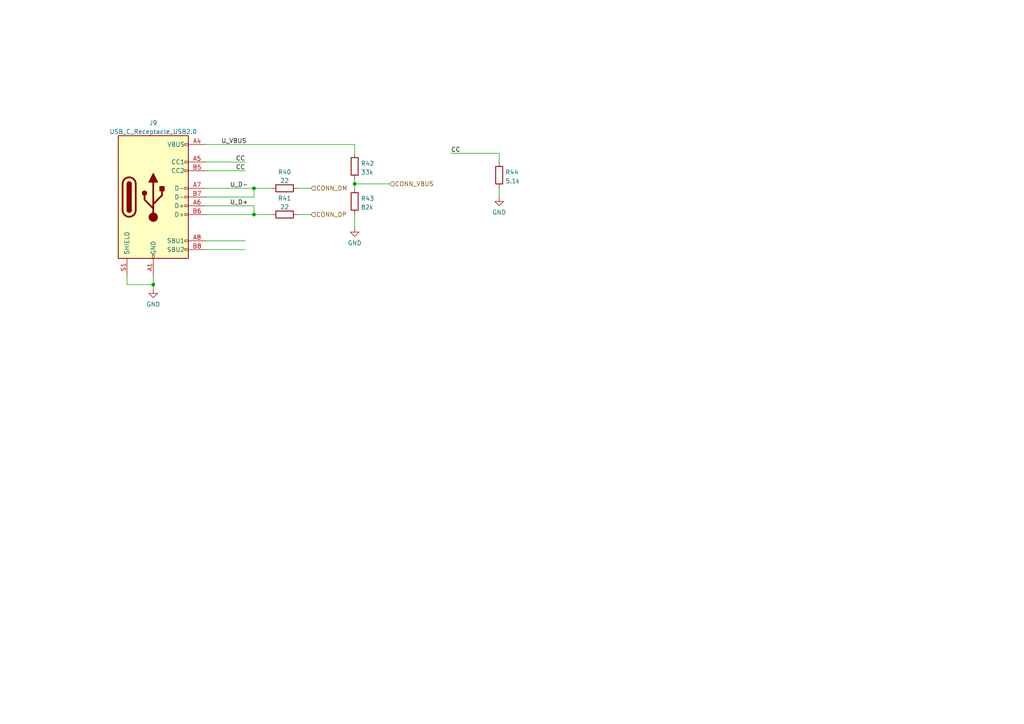
<source format=kicad_sch>
(kicad_sch (version 20211123) (generator eeschema)
  (paper "A4")
  (lib_symbols
    (symbol "Connector:USB_C_Receptacle_USB2.0" (pin_names (offset 1.016))
      (property "Reference" "J" (at -10.16 19.05 0))
      (property "Value" "USB_C_Receptacle_USB2.0" (at 19.05 19.05 0))
      (symbol "USB_C_Receptacle_USB2.0_0_0"
        (rectangle (start -0.254 -17.78) (end 0.254 -16.764))
        (rectangle (start 10.16 -14.986) (end 9.144 -15.494))
        (rectangle (start 10.16 -12.446) (end 9.144 -12.954))
        (rectangle (start 10.16 -4.826) (end 9.144 -5.334))
        (rectangle (start 10.16 -2.286) (end 9.144 -2.794))
        (rectangle (start 10.16 0.254) (end 9.144 -0.254))
        (rectangle (start 10.16 2.794) (end 9.144 2.286))
        (rectangle (start 10.16 7.874) (end 9.144 7.366))
        (rectangle (start 10.16 10.414) (end 9.144 9.906))
        (rectangle (start 10.16 15.494) (end 9.144 14.986))
      )
      (symbol "USB_C_Receptacle_USB2.0_0_1"
        (rectangle (start -10.16 17.78) (end 10.16 -17.78) (stroke (width 0.254)) (fill (type background)))
        (arc (start -8.89 -3.81) (mid -6.985 -5.715) (end -5.08 -3.81) (stroke (width 0.508)))
        (arc (start -7.62 -3.81) (mid -6.985 -4.445) (end -6.35 -3.81) (stroke (width 0.254)))
        (arc (start -7.62 -3.81) (mid -6.985 -4.445) (end -6.35 -3.81) (stroke (width 0.254)) (fill (type outline)))
        (rectangle (start -7.62 -3.81) (end -6.35 3.81) (stroke (width 0.254)) (fill (type outline)))
        (arc (start -6.35 3.81) (mid -6.985 4.445) (end -7.62 3.81) (stroke (width 0.254)))
        (arc (start -6.35 3.81) (mid -6.985 4.445) (end -7.62 3.81) (stroke (width 0.254)) (fill (type outline)))
        (arc (start -5.08 3.81) (mid -6.985 5.715) (end -8.89 3.81) (stroke (width 0.508)))
        (circle (center -2.54 1.143) (radius 0.635) (stroke (width 0.254)) (fill (type outline)))
        (circle (center 0 -5.842) (radius 1.27) (fill (type outline)))
        (polyline (pts (xy -8.89 -3.81) (xy -8.89 3.81)) (stroke (width 0.508)))
        (polyline (pts (xy -5.08 3.81) (xy -5.08 -3.81)) (stroke (width 0.508)))
        (polyline (pts (xy 0 -5.842) (xy 0 4.318)) (stroke (width 0.508)))
        (polyline (pts (xy 0 -3.302) (xy -2.54 -0.762) (xy -2.54 0.508)) (stroke (width 0.508)))
        (polyline (pts (xy 0 -2.032) (xy 2.54 0.508) (xy 2.54 1.778)) (stroke (width 0.508)))
        (polyline (pts (xy -1.27 4.318) (xy 0 6.858) (xy 1.27 4.318) (xy -1.27 4.318)) (stroke (width 0.254)) (fill (type outline)))
        (rectangle (start 1.905 1.778) (end 3.175 3.048) (stroke (width 0.254)) (fill (type outline)))
      )
      (symbol "USB_C_Receptacle_USB2.0_1_1"
        (pin passive line (at 0 -22.86 90) (length 5.08) (name "GND") (number "A1"))
        (pin passive line (at 0 -22.86 90) (length 5.08) hide (name "GND") (number "A12"))
        (pin passive line (at 15.24 15.24 180) (length 5.08) (name "VBUS") (number "A4"))
        (pin bidirectional line (at 15.24 10.16 180) (length 5.08) (name "CC1") (number "A5"))
        (pin bidirectional line (at 15.24 -2.54 180) (length 5.08) (name "D+") (number "A6"))
        (pin bidirectional line (at 15.24 2.54 180) (length 5.08) (name "D-") (number "A7"))
        (pin bidirectional line (at 15.24 -12.7 180) (length 5.08) (name "SBU1") (number "A8"))
        (pin passive line (at 15.24 15.24 180) (length 5.08) hide (name "VBUS") (number "A9"))
        (pin passive line (at 0 -22.86 90) (length 5.08) hide (name "GND") (number "B1"))
        (pin passive line (at 0 -22.86 90) (length 5.08) hide (name "GND") (number "B12"))
        (pin passive line (at 15.24 15.24 180) (length 5.08) hide (name "VBUS") (number "B4"))
        (pin bidirectional line (at 15.24 7.62 180) (length 5.08) (name "CC2") (number "B5"))
        (pin bidirectional line (at 15.24 -5.08 180) (length 5.08) (name "D+") (number "B6"))
        (pin bidirectional line (at 15.24 0 180) (length 5.08) (name "D-") (number "B7"))
        (pin bidirectional line (at 15.24 -15.24 180) (length 5.08) (name "SBU2") (number "B8"))
        (pin passive line (at 15.24 15.24 180) (length 5.08) hide (name "VBUS") (number "B9"))
        (pin passive line (at -7.62 -22.86 90) (length 5.08) (name "SHIELD") (number "S1"))
      )
    )
    (symbol "Device:R" (pin_numbers hide) (pin_names (offset 0))
      (property "Reference" "R" (at 2.032 0 90))
      (property "Value" "R" (at 0 0 90))
      (symbol "R_0_1"
        (rectangle (start -1.016 -2.54) (end 1.016 2.54) (stroke (width 0.254)))
      )
      (symbol "R_1_1"
        (pin passive line (at 0 3.81 270) (length 1.27) (name "~") (number "1"))
        (pin passive line (at 0 -3.81 90) (length 1.27) (name "~") (number "2"))
      )
    )
    (symbol "power:GND" (power) (pin_names (offset 0))
      (property "Value" "GND" (at 0 -3.81 0))
      (symbol "GND_0_1"
        (polyline (pts (xy 0 0) (xy 0 -1.27) (xy 1.27 -1.27) (xy 0 -2.54) (xy -1.27 -1.27) (xy 0 -1.27)))
      )
      (symbol "GND_1_1"
        (pin power_in line (at 0 0 270) (length 0) hide (name "GND") (number "1"))
      )
    )
  )
  (junction (at 73.66 62.23))
  (junction (at 44.45 82.55))
  (junction (at 73.66 54.61))
  (junction (at 102.87 53.34))
  (wire (pts (xy 102.87 53.34) (xy 113.03 53.34)))
  (wire (pts (xy 59.69 62.23) (xy 73.66 62.23)))
  (wire (pts (xy 59.69 46.99) (xy 71.12 46.99)))
  (wire (pts (xy 44.45 82.55) (xy 44.45 83.82)))
  (wire (pts (xy 86.36 62.23) (xy 90.17 62.23)))
  (wire (pts (xy 86.36 54.61) (xy 90.17 54.61)))
  (wire (pts (xy 102.87 62.23) (xy 102.87 66.04)))
  (wire (pts (xy 36.83 82.55) (xy 44.45 82.55)))
  (wire (pts (xy 73.66 57.15) (xy 73.66 54.61)))
  (wire (pts (xy 59.69 72.39) (xy 71.12 72.39)))
  (wire (pts (xy 102.87 52.07) (xy 102.87 53.34)))
  (wire (pts (xy 36.83 80.01) (xy 36.83 82.55)))
  (wire (pts (xy 102.87 41.91) (xy 102.87 44.45)))
  (wire (pts (xy 102.87 53.34) (xy 102.87 54.61)))
  (wire (pts (xy 59.69 54.61) (xy 73.66 54.61)))
  (wire (pts (xy 144.78 54.61) (xy 144.78 57.15)))
  (wire (pts (xy 59.69 59.69) (xy 73.66 59.69)))
  (wire (pts (xy 59.69 69.85) (xy 71.12 69.85)))
  (wire (pts (xy 73.66 59.69) (xy 73.66 62.23)))
  (wire (pts (xy 59.69 41.91) (xy 102.87 41.91)))
  (wire (pts (xy 59.69 49.53) (xy 71.12 49.53)))
  (wire (pts (xy 44.45 80.01) (xy 44.45 82.55)))
  (wire (pts (xy 130.81 44.45) (xy 144.78 44.45)))
  (wire (pts (xy 144.78 44.45) (xy 144.78 46.99)))
  (wire (pts (xy 73.66 54.61) (xy 78.74 54.61)))
  (wire (pts (xy 59.69 57.15) (xy 73.66 57.15)))
  (wire (pts (xy 73.66 62.23) (xy 78.74 62.23)))
  (label "U_VBUS" (at 64.135 41.91 0))
  (label "CC" (at 71.12 46.99 180))
  (label "U_D-" (at 66.675 54.61 0))
  (label "U_D+" (at 66.675 59.69 0))
  (label "CC" (at 130.81 44.45 0))
  (label "CC" (at 71.12 49.53 180))
  (hierarchical_label "CONN_DP" (shape input) (at 90.17 62.23 0))
  (hierarchical_label "CONN_DM" (shape input) (at 90.17 54.61 0))
  (hierarchical_label "CONN_VBUS" (shape input) (at 113.03 53.34 0))
  (symbol (lib_id "Connector:USB_C_Receptacle_USB2.0") (at 44.45 57.15 0) (unit 1)
    (property "Reference" "J9" (at 44.45 35.6702 0))
    (property "Value" "USB_C_Receptacle_USB2.0" (at 44.45 38.2071 0))
    (property "Footprint" "Connector_USB:USB_C_Receptacle_Palconn_UTC16-G" (effects hide))
    (property "Datasheet" "https://datasheet.lcsc.com/lcsc/2204151015_HCTL-HC-TYPE-C-16P-01A-O_C2997434.pdf" (effects hide))
    (property "JLCPCB" "Extended" (effects hide))
    (property "LCSC" "C2997434" (effects hide))
  )
  (symbol (lib_id "power:GND") (at 44.45 83.82 0) (unit 1)
    (property "Reference" "#PWR095" (effects hide))
    (property "Value" "GND" (at 44.45 88.2634 0))
  )
  (symbol (lib_id "Device:R") (at 102.87 58.42 0) (unit 1)
    (property "Reference" "R43" (at 104.648 57.5853 0) (effects (justify left)))
    (property "Value" "82k" (at 104.648 60.1222 0) (effects (justify left)))
    (property "Footprint" "Resistor_SMD:R_0603_1608Metric" (effects hide))
    (property "LCSC" "C23254" (effects hide))
    (property "JLCPCB" "Basic" (effects hide))
  )
  (symbol (lib_id "Device:R") (at 144.78 50.8 0) (unit 1)
    (property "Reference" "R44" (at 146.558 49.9653 0) (effects (justify left)))
    (property "Value" "5.1k" (at 146.558 52.5022 0) (effects (justify left)))
    (property "Footprint" "Resistor_SMD:R_0603_1608Metric" (effects hide))
    (property "JLCPCB" "Basic" (effects hide))
    (property "LCSC" "C23186" (effects hide))
  )
  (symbol (lib_id "power:GND") (at 102.87 66.04 0) (unit 1)
    (property "Reference" "#PWR096" (effects hide))
    (property "Value" "GND" (at 102.87 70.4834 0))
  )
  (symbol (lib_id "Device:R") (at 102.87 48.26 0) (unit 1)
    (property "Reference" "R42" (at 104.648 47.4253 0) (effects (justify left)))
    (property "Value" "33k" (at 104.648 49.9622 0) (effects (justify left)))
    (property "Footprint" "Resistor_SMD:R_0603_1608Metric" (effects hide))
    (property "JLCPCB" "Basic" (effects hide))
    (property "LCSC" "C4216" (effects hide))
  )
  (symbol (lib_id "power:GND") (at 144.78 57.15 0) (unit 1)
    (property "Reference" "#PWR097" (effects hide))
    (property "Value" "GND" (at 144.78 61.5934 0))
  )
  (symbol (lib_id "Device:R") (at 82.55 62.23 90) (unit 1)
    (property "Reference" "R41" (at 82.55 57.5142 90))
    (property "Value" "22" (at 82.55 60.0511 90))
    (property "Footprint" "Resistor_SMD:R_0603_1608Metric" (effects hide))
    (property "LCSC" "C23345" (effects hide))
    (property "JLCPCB" "Basic" (effects hide))
  )
  (symbol (lib_id "Device:R") (at 82.55 54.61 90) (unit 1)
    (property "Reference" "R40" (at 82.55 49.8942 90))
    (property "Value" "22" (at 82.55 52.4311 90))
    (property "Footprint" "Resistor_SMD:R_0603_1608Metric" (effects hide))
    (property "LCSC" "C23345" (effects hide))
    (property "JLCPCB" "Basic" (effects hide))
  )
)
</source>
